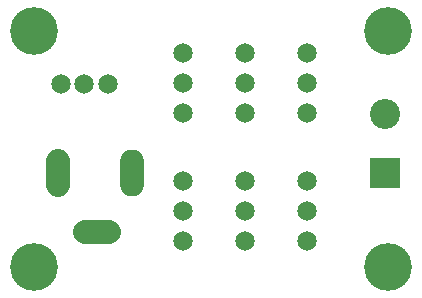
<source format=gbs>
G04 DipTrace 3.2.0.1*
G04 DynamixelMUX.gbs*
%MOIN*%
G04 #@! TF.FileFunction,Soldermask,Bot*
G04 #@! TF.Part,Single*
%AMOUTLINE0*
4,1,20,
0.03937,-0.039336,
0.037008,-0.052803,
0.030181,-0.064651,
0.019715,-0.073449,
0.00687,-0.078136,
-0.006803,-0.078148,
-0.019655,-0.073483,
-0.030136,-0.064703,
-0.036984,-0.052867,
-0.03937,-0.039404,
-0.03937,0.039336,
-0.037008,0.052803,
-0.030181,0.064651,
-0.019715,0.073449,
-0.00687,0.078136,
0.006803,0.078148,
0.019655,0.073483,
0.030136,0.064703,
0.036984,0.052867,
0.03937,0.039404,
0.03937,-0.039336,
0*%
%AMOUTLINE1*
4,1,20,
0.04037,-0.039423,
0.037962,-0.05315,
0.03096,-0.065303,
0.020224,-0.074328,
0.007047,-0.079136,
-0.006979,-0.079148,
-0.020162,-0.074363,
-0.030914,-0.065357,
-0.037938,-0.053216,
-0.04037,-0.039492,
-0.04037,0.039423,
-0.037962,0.05315,
-0.03096,0.065303,
-0.020224,0.074328,
-0.007047,0.079136,
0.006979,0.079148,
0.020162,0.074363,
0.030914,0.065357,
0.037938,0.053216,
0.04037,0.039492,
0.04037,-0.039423,
0*%
%AMOUTLINE4*
4,1,20,
0.039423,0.04037,
0.05315,0.037962,
0.065303,0.03096,
0.074328,0.020224,
0.079136,0.007047,
0.079148,-0.006979,
0.074363,-0.020162,
0.065357,-0.030914,
0.053216,-0.037938,
0.039492,-0.04037,
-0.039423,-0.04037,
-0.05315,-0.037962,
-0.065303,-0.03096,
-0.074328,-0.020224,
-0.079136,-0.007047,
-0.079148,0.006979,
-0.074363,0.020162,
-0.065357,0.030914,
-0.053216,0.037938,
-0.039492,0.04037,
0.039423,0.04037,
0*%
%ADD20C,0.065199*%
%ADD26C,0.15948*%
%ADD30C,0.100425*%
%ADD32R,0.100425X0.100425*%
%ADD37OUTLINE0*%
%ADD38OUTLINE1*%
%ADD41OUTLINE4*%
%FSLAX26Y26*%
G04*
G70*
G90*
G75*
G01*
G04 BotMask*
%LPD*%
D26*
X491969Y492126D3*
X1673071D3*
Y1279528D3*
X491969D3*
D37*
X818740Y805512D3*
D38*
X570709D3*
D41*
X700630Y608662D3*
D32*
X1663544Y803701D3*
D30*
Y1000551D3*
D20*
X988465Y1206693D3*
Y1106693D3*
Y1006693D3*
Y777559D3*
Y677559D3*
Y577559D3*
X1195158Y1206693D3*
Y1106693D3*
Y1006693D3*
Y777559D3*
Y677559D3*
Y577559D3*
X1401851Y1206693D3*
Y1106693D3*
Y1006693D3*
Y777559D3*
Y677559D3*
Y577559D3*
X580551Y1102362D3*
X659292D3*
X738032D3*
M02*

</source>
